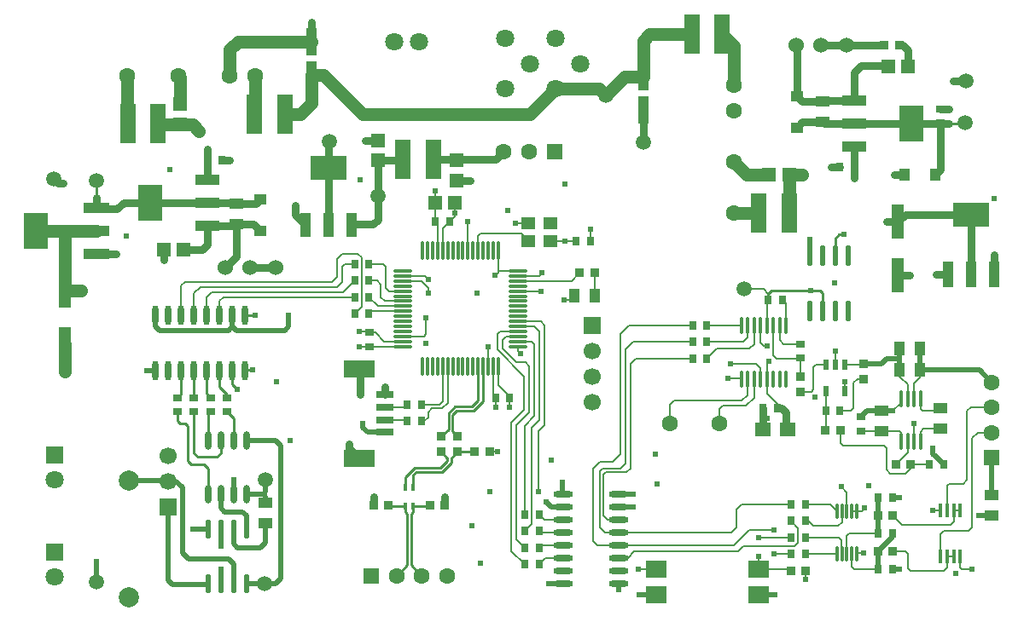
<source format=gtl>
G04 Layer: TopLayer*
G04 EasyEDA Pro v2.2.42.2, 2025-09-26 15:24:21*
G04 Gerber Generator version 0.3*
G04 Scale: 100 percent, Rotated: No, Reflected: No*
G04 Dimensions in millimeters*
G04 Leading zeros omitted, absolute positions, 4 integers and 5 decimals*
G04 Generated by one-click*
%FSLAX45Y45*%
%MOMM*%
%ADD10C,1.5*%
%ADD11R,0.8X0.9*%
%ADD12R,0.9X0.8*%
%ADD13R,1.41X1.35001*%
%ADD14R,1.35001X1.41*%
%ADD15R,1.5X1.3589*%
%ADD16R,1.8X1.8*%
%ADD17C,1.8*%
%ADD18R,1.2X1.0*%
%ADD19R,1.0031X1.2*%
%ADD20R,1.0X1.2*%
%ADD21C,2.0*%
%ADD22R,1.6X3.89999*%
%ADD23R,0.8X0.86401*%
%ADD24R,0.86401X0.8*%
%ADD25R,1.0X1.39954*%
%ADD26O,0.63X1.865*%
%ADD27R,1.7X1.7*%
%ADD28C,1.7*%
%ADD29R,0.86401X0.80648*%
%ADD30R,0.80648X0.86401*%
%ADD31R,1.37701X1.13254*%
%ADD32C,1.524*%
%ADD33R,1.13254X1.37701*%
%ADD34O,2.0X0.3*%
%ADD35O,0.3X2.0*%
%ADD36R,1.6X1.6*%
%ADD37C,1.6*%
%ADD38R,1.1X2.79999*%
%ADD39R,2.47X0.98001*%
%ADD40R,2.47X3.59999*%
%ADD41O,0.3556X1.8148*%
%ADD42O,0.58801X2.045*%
%ADD43R,0.6X1.1*%
%ADD44R,1.6X1.524*%
%ADD45O,0.28001X1.62001*%
%ADD46O,1.97099X0.60201*%
%ADD47R,2.0X1.8*%
%ADD48R,0.98001X2.47*%
%ADD49R,3.59999X2.47*%
%ADD50R,1.8X0.8*%
%ADD51R,3.09999X1.8*%
%ADD52R,0.44801X0.75001*%
%ADD53R,1.4X1.2*%
%ADD54O,0.60201X1.97099*%
%ADD55R,1.2X3.49999*%
%ADD56R,1.1X2.49999*%
%ADD57R,3.59999X2.34*%
%ADD58R,2.49999X1.1*%
%ADD59R,2.34X3.59999*%
%ADD60O,0.36401X1.662*%
%ADD61R,1.524X1.6*%
%ADD62O,0.5684X1.95021*%
%ADD63R,0.40599X1.397*%
%ADD64C,0.61*%
%ADD65C,0.6096*%
%ADD66C,1.27*%
%ADD67C,0.762*%
%ADD68C,0.254*%
%ADD69C,0.508*%
%ADD70C,0.2032*%
G75*


G04 Pad Start*
G54D10*
G01X5873208Y-1067180D03*
G54D11*
G01X4184498Y-2324100D03*
G01X4324502Y-2324100D03*
G54D12*
G01X3530600Y-3562502D03*
G01X3530600Y-3422498D03*
G54D11*
G01X4921402Y-4076700D03*
G01X4781398Y-4076700D03*
G54D13*
G01X4179900Y-2133600D03*
G01X4379900Y-2133600D03*
G54D14*
G01X4394200Y-1716100D03*
G01X4394200Y-1916100D03*
G01X3616634Y-1713563D03*
G01X3616634Y-1513563D03*
G54D11*
G01X8337702Y-1778000D03*
G01X8197698Y-1778000D03*
G54D13*
G01X8677215Y-780448D03*
G01X8877215Y-780448D03*
G54D12*
G01X9194800Y-1340002D03*
G01X9194800Y-1199998D03*
G54D11*
G01X1923898Y-1714500D03*
G01X2063902Y-1714500D03*
G54D13*
G01X1687297Y-2598715D03*
G01X1487297Y-2598715D03*
G54D11*
G01X7486498Y-3098800D03*
G01X7626502Y-3098800D03*
G54D12*
G01X7810500Y-3676802D03*
G01X7810500Y-3536798D03*
G54D11*
G01X8718702Y-5067300D03*
G01X8578698Y-5067300D03*
G01X8578698Y-5778500D03*
G01X8718702Y-5778500D03*
G01X7434148Y-4177759D03*
G01X7574153Y-4177759D03*
G54D15*
G01X7676490Y-4383750D03*
G01X7436510Y-4383750D03*
G54D16*
G01X406400Y-4637507D03*
G54D17*
G01X406400Y-4887493D03*
G54D16*
G01X406400Y-5602707D03*
G54D17*
G01X406400Y-5852693D03*
G54D18*
G01X7772400Y-1076909D03*
G01X7772400Y-1386891D03*
G54D20*
G01X9146591Y-1854200D03*
G01X8836609Y-1854200D03*
G54D18*
G01X2451100Y-2415591D03*
G01X2451100Y-2105609D03*
G54D21*
G01X1143000Y-4893691D03*
G01X1143000Y-6053709D03*
G54D22*
G01X4163212Y-1701800D03*
G01X3863188Y-1701800D03*
G54D23*
G01X3905110Y-4305300D03*
G01X4045090Y-4305300D03*
G01X3905110Y-4140200D03*
G01X4045090Y-4140200D03*
G54D22*
G01X6729567Y-461340D03*
G01X7029592Y-461340D03*
G01X7394743Y-2239340D03*
G01X7694767Y-2239340D03*
G01X2690012Y-1257300D03*
G01X2389988Y-1257300D03*
G01X1132688Y-1346200D03*
G01X1432712Y-1346200D03*
G54D23*
G01X6877190Y-3683000D03*
G01X6737210Y-3683000D03*
G01X6877190Y-3517900D03*
G01X6737210Y-3517900D03*
G01X6877190Y-3352800D03*
G01X6737210Y-3352800D03*
G01X7855090Y-5461000D03*
G01X7715110Y-5461000D03*
G01X7855090Y-5626100D03*
G01X7715110Y-5626100D03*
G01X7855090Y-5130800D03*
G01X7715110Y-5130800D03*
G01X7855090Y-5295900D03*
G01X7715110Y-5295900D03*
G01X5073510Y-5727700D03*
G01X5213490Y-5727700D03*
G01X5073510Y-5562600D03*
G01X5213490Y-5562600D03*
G01X5071868Y-5396948D03*
G01X5211848Y-5396948D03*
G01X5073510Y-5232400D03*
G01X5213490Y-5232400D03*
G54D24*
G01X2120900Y-4070210D03*
G01X2120900Y-4210190D03*
G01X1790700Y-4070210D03*
G01X1790700Y-4210190D03*
G01X1955800Y-4070210D03*
G01X1955800Y-4210190D03*
G01X1625600Y-4070210D03*
G01X1625600Y-4210190D03*
G54D23*
G01X3384410Y-2908300D03*
G01X3524390Y-2908300D03*
G01X3384410Y-3238500D03*
G01X3524390Y-3238500D03*
G01X3384410Y-2743200D03*
G01X3524390Y-2743200D03*
G01X3384410Y-3073400D03*
G01X3524390Y-3073400D03*
G54D25*
G01X5559171Y-3060700D03*
G01X5769229Y-3060700D03*
G54D26*
G01X2311400Y-4494251D03*
G01X2184400Y-4494251D03*
G01X2057400Y-4494251D03*
G01X1930400Y-4494251D03*
G01X2311400Y-5030749D03*
G01X2184400Y-5030749D03*
G01X2057400Y-5030749D03*
G01X1930400Y-5030749D03*
G54D27*
G01X1529406Y-5154381D03*
G54D28*
G01X1529406Y-4900381D03*
G01X1529406Y-4646381D03*
G54D29*
G01X4406900Y-4458564D03*
G01X4406900Y-4609236D03*
G01X4241800Y-4458564D03*
G01X4241800Y-4609236D03*
G54D30*
G01X5614264Y-2832100D03*
G01X5764936Y-2832100D03*
G54D31*
G01X8026400Y-1331900D03*
G01X8026400Y-1131900D03*
G54D32*
G01X8013687Y-571500D03*
G01X8263700Y-571500D03*
G01X7763701Y-571500D03*
G54D31*
G01X2209800Y-2147900D03*
G01X2209800Y-2347900D03*
G54D32*
G01X2349487Y-2781300D03*
G01X2599500Y-2781300D03*
G01X2099501Y-2781300D03*
G54D33*
G01X8790000Y-3797300D03*
G01X8990000Y-3797300D03*
G54D30*
G01X8573364Y-5245100D03*
G01X8724036Y-5245100D03*
G01X8573364Y-5600700D03*
G01X8724036Y-5600700D03*
G01X7860436Y-5791200D03*
G01X7709764Y-5791200D03*
G54D34*
G01X5007280Y-2812694D03*
G01X5007280Y-2862707D03*
G01X5007280Y-2912694D03*
G01X5007280Y-2962707D03*
G01X5007280Y-3012694D03*
G01X5007280Y-3062707D03*
G01X5007280Y-3112694D03*
G01X5007280Y-3162706D03*
G01X5007280Y-3212694D03*
G01X5007280Y-3262706D03*
G01X5007280Y-3312693D03*
G01X5007280Y-3362706D03*
G01X5007280Y-3412693D03*
G01X5007280Y-3462706D03*
G01X5007280Y-3512693D03*
G01X5007280Y-3562706D03*
G54D35*
G01X4807306Y-3762680D03*
G01X4757293Y-3762680D03*
G01X4707306Y-3762680D03*
G01X4657293Y-3762680D03*
G01X4607306Y-3762680D03*
G01X4557293Y-3762680D03*
G01X4507306Y-3762680D03*
G01X4457294Y-3762680D03*
G01X4407306Y-3762680D03*
G01X4357294Y-3762680D03*
G01X4307307Y-3762680D03*
G01X4257294Y-3762680D03*
G01X4207307Y-3762680D03*
G01X4157294Y-3762680D03*
G01X4107307Y-3762680D03*
G01X4057294Y-3762680D03*
G54D34*
G01X3857320Y-3562706D03*
G01X3857320Y-3512693D03*
G01X3857320Y-3462706D03*
G01X3857320Y-3412693D03*
G01X3857320Y-3362706D03*
G01X3857320Y-3312693D03*
G01X3857320Y-3262706D03*
G01X3857320Y-3212694D03*
G01X3857320Y-3162706D03*
G01X3857320Y-3112694D03*
G01X3857320Y-3062707D03*
G01X3857320Y-3012694D03*
G01X3857320Y-2962707D03*
G01X3857320Y-2912694D03*
G01X3857320Y-2862707D03*
G01X3857320Y-2812694D03*
G54D35*
G01X4057294Y-2612720D03*
G01X4107307Y-2612720D03*
G01X4157294Y-2612720D03*
G01X4207307Y-2612720D03*
G01X4257294Y-2612720D03*
G01X4307307Y-2612720D03*
G01X4357294Y-2612720D03*
G01X4407306Y-2612720D03*
G01X4457294Y-2612720D03*
G01X4507306Y-2612720D03*
G01X4557293Y-2612720D03*
G01X4607306Y-2612720D03*
G01X4657293Y-2612720D03*
G01X4707306Y-2612720D03*
G01X4757293Y-2612720D03*
G01X4807306Y-2612720D03*
G54D17*
G01X4874966Y-503131D03*
G01X5374965Y-503131D03*
G01X5124978Y-753118D03*
G01X5624977Y-753118D03*
G01X4874966Y-1003130D03*
G01X5374965Y-1003130D03*
G54D36*
G01X5372100Y-1625600D03*
G54D37*
G01X5118100Y-1625600D03*
G01X4864100Y-1625600D03*
G01X7146280Y-969340D03*
G01X7146280Y-1223340D03*
G01X7146280Y-1731340D03*
G01X7146280Y-2239340D03*
G54D38*
G01X6244580Y-879488D03*
G01X6244580Y-1211593D03*
G54D39*
G01X8339811Y-1116203D03*
G01X8339811Y-1346200D03*
G01X8339811Y-1576197D03*
G54D40*
G01X8906789Y-1346200D03*
G54D37*
G01X2400300Y-876300D03*
G01X2146300Y-876300D03*
G01X1638300Y-876300D03*
G01X1130300Y-876300D03*
G54D38*
G01X2959100Y-864552D03*
G01X2959100Y-532447D03*
G54D39*
G01X1921789Y-2363597D03*
G01X1921789Y-2133600D03*
G01X1921789Y-1903603D03*
G54D40*
G01X1354811Y-2133600D03*
G54D41*
G01X7664450Y-3354019D03*
G01X7600950Y-3354019D03*
G01X7537450Y-3354019D03*
G01X7473950Y-3354019D03*
G01X7410450Y-3354019D03*
G01X7346950Y-3354019D03*
G01X7283450Y-3354019D03*
G01X7219950Y-3354019D03*
G01X7664450Y-3884981D03*
G01X7600950Y-3884981D03*
G01X7537450Y-3884981D03*
G01X7473950Y-3884981D03*
G01X7410450Y-3884981D03*
G01X7346950Y-3884981D03*
G01X7283450Y-3884981D03*
G01X7219950Y-3884981D03*
G54D42*
G01X8280400Y-2656459D03*
G01X8153400Y-2656459D03*
G01X8026400Y-2656459D03*
G01X7899400Y-2656459D03*
G01X8280400Y-3210941D03*
G01X8153400Y-3210941D03*
G01X8026400Y-3210941D03*
G01X7899400Y-3210941D03*
G54D43*
G01X8248396Y-4003510D03*
G01X8058404Y-4003510D03*
G01X8058404Y-3743490D03*
G01X8153400Y-3743490D03*
G01X8248396Y-3743490D03*
G54D37*
G01X9702800Y-3917594D03*
G01X9702800Y-4167607D03*
G01X9702800Y-4417593D03*
G54D44*
G01X9702800Y-4667606D03*
G54D45*
G01X8167700Y-5621198D03*
G01X8217713Y-5621198D03*
G01X8267700Y-5621198D03*
G01X8317713Y-5621198D03*
G01X8367700Y-5621198D03*
G01X8167700Y-5199202D03*
G01X8217713Y-5199202D03*
G01X8267700Y-5199202D03*
G01X8317713Y-5199202D03*
G01X8367700Y-5199202D03*
G54D46*
G01X5454142Y-5029200D03*
G01X5454142Y-5156200D03*
G01X5454142Y-5283200D03*
G01X5454142Y-5410200D03*
G01X5454142Y-5537200D03*
G01X5454142Y-5664200D03*
G01X5454142Y-5791200D03*
G01X5454142Y-5918200D03*
G01X6001258Y-5029200D03*
G01X6001258Y-5156200D03*
G01X6001258Y-5283200D03*
G01X6001258Y-5410200D03*
G01X6001258Y-5537200D03*
G01X6001258Y-5664200D03*
G01X6001258Y-5791200D03*
G01X6001258Y-5918200D03*
G54D47*
G01X6373404Y-5778500D03*
G01X6373404Y-6032500D03*
G01X7393417Y-6032500D03*
G01X7393417Y-5778500D03*
G54D48*
G01X2894203Y-2353589D03*
G01X3124200Y-2353589D03*
G01X3354197Y-2353589D03*
G54D49*
G01X3124200Y-1786611D03*
G54D50*
G01X3682627Y-4041584D03*
G01X3682627Y-4166603D03*
G01X3682627Y-4291597D03*
G01X3682627Y-4416590D03*
G54D51*
G01X3429376Y-3786594D03*
G01X3429376Y-4671606D03*
G54D27*
G01X5740400Y-3352800D03*
G54D28*
G01X5740400Y-3606800D03*
G01X5740400Y-3860800D03*
G01X5740400Y-4114800D03*
G54D52*
G01X3964305Y-5147099D03*
G01X3884295Y-5147097D03*
G01X3884295Y-4962101D03*
G01X3964305Y-4962101D03*
G54D30*
G01X4572864Y-4610100D03*
G01X4723536Y-4610100D03*
G01X3720236Y-5143500D03*
G01X3569564Y-5143500D03*
G01X4128364Y-5143500D03*
G01X4279036Y-5143500D03*
G54D11*
G01X5581498Y-2514600D03*
G01X5721502Y-2514600D03*
G54D53*
G01X5329707Y-2338197D03*
G01X5109693Y-2338197D03*
G01X5109693Y-2513203D03*
G01X5329707Y-2513203D03*
G54D13*
G01X7694600Y-1854200D03*
G01X7494600Y-1854200D03*
G54D14*
G01X1651000Y-1357300D03*
G01X1651000Y-1157300D03*
G54D11*
G01X8718702Y-5422900D03*
G01X8578698Y-5422900D03*
G54D54*
G01X2298700Y-3257042D03*
G01X2171700Y-3257042D03*
G01X2044700Y-3257042D03*
G01X1917700Y-3257042D03*
G01X1790700Y-3257042D03*
G01X1663700Y-3257042D03*
G01X1536700Y-3257042D03*
G01X1409700Y-3257042D03*
G01X2298700Y-3804158D03*
G01X2171700Y-3804158D03*
G01X2044700Y-3804158D03*
G01X1917700Y-3804158D03*
G01X1790700Y-3804158D03*
G01X1663700Y-3804158D03*
G01X1536700Y-3804158D03*
G01X1409700Y-3804158D03*
G54D55*
G01X8775687Y-2857787D03*
G01X8775687Y-2323803D03*
G01X507987Y-3543587D03*
G01X507987Y-3009603D03*
G54D30*
G01X8636864Y-571500D03*
G01X8787536Y-571500D03*
G54D56*
G01X9269603Y-2849695D03*
G01X9499600Y-2849695D03*
G01X9729597Y-2849695D03*
G54D57*
G01X9499600Y-2255703D03*
G54D58*
G01X817695Y-2642997D03*
G01X817695Y-2413000D03*
G01X817695Y-2183003D03*
G54D59*
G01X223703Y-2413000D03*
G54D11*
G01X9086698Y-4737100D03*
G01X9226702Y-4737100D03*
G54D29*
G01X7810500Y-4012336D03*
G01X7810500Y-3861664D03*
G54D30*
G01X8901836Y-4737100D03*
G01X8751164Y-4737100D03*
G54D60*
G01X9000211Y-4079494D03*
G01X8935187Y-4079494D03*
G01X8870188Y-4079494D03*
G01X8805189Y-4079494D03*
G01X9000211Y-4505706D03*
G01X8935187Y-4505706D03*
G01X8870188Y-4505706D03*
G01X8805189Y-4505706D03*
G54D37*
G01X4299306Y-5842000D03*
G01X4049293Y-5842000D03*
G01X3799307Y-5842000D03*
G54D61*
G01X3549294Y-5842000D03*
G54D17*
G01X3773805Y-533400D03*
G01X4023995Y-533400D03*
G54D37*
G01X7001408Y-4330700D03*
G01X6511392Y-4330700D03*
G54D10*
G01X3613019Y-2068690D03*
G01X3128890Y-1522590D03*
G01X9443930Y-1338285D03*
G01X817413Y-1913781D03*
G01X6248604Y-1535763D03*
G01X9449004Y-925805D03*
G01X393904Y-1896930D03*
G01X7249598Y-2994514D03*
G54D31*
G01X2501900Y-5319700D03*
G01X2501900Y-5119700D03*
G54D62*
G01X2311400Y-5380990D03*
G01X2184400Y-5380990D03*
G01X2057400Y-5380990D03*
G01X1930400Y-5380990D03*
G01X2311400Y-5922010D03*
G01X2184400Y-5922010D03*
G01X2057400Y-5922010D03*
G01X1930400Y-5922010D03*
G54D11*
G01X8057998Y-4203700D03*
G01X8198002Y-4203700D03*
G54D29*
G01X8432800Y-3734664D03*
G01X8432800Y-3885336D03*
G54D30*
G01X8203336Y-4394200D03*
G01X8052664Y-4394200D03*
G54D33*
G01X8790000Y-3581400D03*
G01X8990000Y-3581400D03*
G54D10*
G01X822265Y-5902968D03*
G01X2489402Y-5919112D03*
G01X2501664Y-4885685D03*
G54D31*
G01X9702800Y-5043500D03*
G01X9702800Y-5243500D03*
G54D12*
G01X8407400Y-4400702D03*
G01X8407400Y-4260698D03*
G54D31*
G01X8610600Y-4205300D03*
G01X8610600Y-4405300D03*
G01X9194800Y-4379900D03*
G01X9194800Y-4179900D03*
G54D63*
G01X9393911Y-5192903D03*
G01X9328912Y-5192903D03*
G01X9263888Y-5192903D03*
G01X9198889Y-5192903D03*
G01X9198889Y-5652897D03*
G01X9263888Y-5652897D03*
G01X9328912Y-5652897D03*
G01X9393911Y-5652897D03*
G04 Pad End*

G04 Via Start*
G54D64*
G01X7823200Y-1854200D03*
G01X1841500Y-1422400D03*
G01X8337702Y-1892300D03*
G01X8737600Y-1854200D03*
G01X1923898Y-1600200D03*
G01X9283700Y-1346200D03*
G01X9729597Y-2654300D03*
G01X1116860Y-2133600D03*
G01X817695Y-2082800D03*
G01X1549400Y-1803400D03*
G01X673100Y-3009603D03*
G01X2374900Y-3797300D03*
G01X825500Y-5699768D03*
G01X2057400Y-5778500D03*
G01X1778000Y-5380990D03*
G01X2057400Y-5549900D03*
G01X2184400Y-4889500D03*
G01X2743200Y-4495259D03*
G01X2413000Y-4495259D03*
G54D65*
G01X2222500Y-3987800D03*
G01X2610002Y-3911600D03*
G01X2730500Y-3251741D03*
G01X2400300Y-3251741D03*
G01X507987Y-3810000D03*
G01X1016000Y-2641600D03*
G01X1117600Y-2463800D03*
G01X1487297Y-2705100D03*
G01X495300Y-1943100D03*
G01X2146300Y-1714500D03*
G01X2959100Y-342900D03*
G01X3568700Y-2349500D03*
G01X3441700Y-1905000D03*
G01X3124200Y-2138230D03*
G01X2794000Y-2159000D03*
G01X3492500Y-1513563D03*
G01X4533900Y-1917700D03*
G01X6248604Y-1394103D03*
G01X8115300Y-1778000D03*
G01X9283700Y-1199998D03*
G01X8877300Y-622300D03*
G01X9321800Y-925805D03*
G01X9728200Y-2095500D03*
G01X9156700Y-2849695D03*
G01X8890000Y-2857787D03*
G01X8661400Y-2323803D03*
G01X3569564Y-5054600D03*
G01X4279900Y-5054600D03*
G01X4546600Y-5346700D03*
G01X4635500Y-5715000D03*
G01X4724400Y-5003800D03*
G01X3327400Y-4533900D03*
G01X3441700Y-4038600D03*
G01X3683000Y-3962400D03*
G01X6146800Y-5029200D03*
G01X5448300Y-4914900D03*
G01X3429000Y-3416300D03*
G01X3429000Y-3562502D03*
G01X4089400Y-3276600D03*
G01X4089400Y-3530600D03*
G01X4114800Y-2895600D03*
G01X4114800Y-3035300D03*
G01X4179900Y-2019300D03*
G01X4379900Y-2237262D03*
G01X4507306Y-2324100D03*
G01X4902200Y-2209800D03*
G01X5473700Y-2514600D03*
G01X4978400Y-2338197D03*
G01X5721502Y-2400300D03*
G01X5473700Y-1949958D03*
G01X4775200Y-2857500D03*
G01X4597400Y-3035300D03*
G01X5245100Y-2832100D03*
G01X5232400Y-3012694D03*
G01X5460136Y-3098800D03*
G01X4787900Y-4165600D03*
G01X4921402Y-4165600D03*
G01X5029200Y-3632200D03*
G01X4711700Y-3568700D03*
G01X5308600Y-5918200D03*
G01X5283200Y-5105400D03*
G01X5334000Y-4692498D03*
G01X5207000Y-5003800D03*
G01X6197600Y-5778500D03*
G01X6210300Y-6032500D03*
G01X6001258Y-5981700D03*
G01X6146800Y-5156200D03*
G01X1320800Y-3804158D03*
G01X7556500Y-6032500D03*
G01X7861300Y-5880100D03*
G01X8242300Y-2451100D03*
G01X7899400Y-2501900D03*
G01X8147202Y-2933700D03*
G01X7912100Y-3009900D03*
G01X7663790Y-4222090D03*
G01X6388100Y-4927600D03*
G01X6368898Y-4635500D03*
G01X7086600Y-3880002D03*
G01X7112000Y-3733800D03*
G01X7493000Y-3708400D03*
G01X7480300Y-3556000D03*
G01X7480300Y-4279900D03*
G01X8153400Y-3606800D03*
G01X8248396Y-3911600D03*
G01X7948616Y-4065584D03*
G01X8724900Y-4205300D03*
G01X8934298Y-4330700D03*
G01X9118600Y-4575816D03*
G01X8213369Y-4955972D03*
G01X8445500Y-5168900D03*
G01X8484990Y-4945413D03*
G01X9575800Y-5243500D03*
G01X8788400Y-5778500D03*
G01X8788400Y-5067300D03*
G01X4800600Y-4610100D03*
G01X8432800Y-5613400D03*
G01X3467100Y-4330700D03*
G01X9512300Y-5778500D03*
G01X9347200Y-5816600D03*
G01X9118600Y-5192903D03*
G01X7393417Y-5651500D03*
G01X7393417Y-5461000D03*
G01X7543800Y-5384800D03*
G01X7543800Y-5626100D03*
G04 Via End*

G04 Track Start*
G54D66*
G01X5374965Y-1003130D02*
G01X5809159Y-1003130D01*
G01X5873208Y-1067180D01*
G01X5374965Y-1003130D02*
G01X5120795Y-1257300D01*
G01X3074353Y-864552D02*
G01X2959100Y-864552D01*
G01X5120795Y-1257300D02*
G01X3467100Y-1257300D01*
G01X3074353Y-864552D01*
G01X2959100Y-864552D02*
G01X2959100Y-1143000D01*
G01X2844800Y-1257300D01*
G01X2690012Y-1257300D01*
G01X2389988Y-1257300D02*
G01X2400300Y-1246988D01*
G01X2400300Y-876300D01*
G01X5873208Y-1067180D02*
G01X6060901Y-879488D01*
G01X6244580Y-879488D01*
G01X6244580Y-524520D01*
G01X6311900Y-457200D01*
G01X6725427Y-457200D01*
G01X6729567Y-461340D01*
G01X7029592Y-461340D02*
G01X7146280Y-578028D01*
G01X7146280Y-969340D01*
G01X7146280Y-2239340D02*
G01X7394743Y-2239340D01*
G01X7694767Y-2239340D02*
G01X7694767Y-1854368D01*
G01X7694600Y-1854200D02*
G01X7823200Y-1854200D01*
G01X1130300Y-876300D02*
G01X1130300Y-1343812D01*
G01X1132688Y-1346200D01*
G01X1432712Y-1346200D02*
G01X1443812Y-1357300D01*
G01X1651000Y-1357300D01*
G01X1651000Y-1157300D02*
G01X1651000Y-889000D01*
G01X1638300Y-876300D01*
G01X1651000Y-1357300D02*
G01X1776400Y-1357300D01*
G01X1841500Y-1422400D01*
G54D67*
G01X8337702Y-1778000D02*
G01X8337702Y-1578305D01*
G01X8339811Y-1576197D01*
G01X8337702Y-1778000D02*
G01X8337702Y-1892300D01*
G01X8836609Y-1854200D02*
G01X8737600Y-1854200D01*
G01X1923898Y-1714500D02*
G01X1923898Y-1901495D01*
G01X1921789Y-1903603D01*
G01X1923898Y-1714500D02*
G01X1923898Y-1600200D01*
G01X8026400Y-1331900D02*
G01X8040700Y-1346200D01*
G01X8339811Y-1346200D01*
G01X8906789Y-1346200D01*
G01X8026400Y-1331900D02*
G01X7827391Y-1331900D01*
G01X7772400Y-1386891D01*
G01X8906789Y-1346200D02*
G01X9188602Y-1346200D01*
G01X9194800Y-1340002D01*
G01X9200998Y-1346200D01*
G01X9283700Y-1346200D01*
G01X9729597Y-2849695D02*
G01X9729597Y-2654300D01*
G54D68*
G01X9283700Y-1346200D02*
G01X9436015Y-1346200D01*
G01X9443930Y-1338285D01*
G54D67*
G01X2209800Y-2147900D02*
G01X2408809Y-2147900D01*
G01X1921789Y-2133600D02*
G01X2209800Y-2133600D01*
G01X2408809Y-2147900D02*
G01X2451100Y-2105609D01*
G01X1921789Y-2133600D02*
G01X1354811Y-2133600D01*
G01X1092200Y-2133600D02*
G01X1028700Y-2197100D01*
G01X831792Y-2197100D01*
G01X817695Y-2183003D01*
G01X1354811Y-2133600D02*
G01X1092200Y-2133600D01*
G01X817695Y-2183003D02*
G01X817695Y-2082800D01*
G54D68*
G01X817695Y-2082800D02*
G01X817695Y-1914063D01*
G01X817413Y-1913781D01*
G54D66*
G01X507987Y-3009603D02*
G01X507987Y-2413054D01*
G01X817695Y-2413000D02*
G01X507934Y-2413000D01*
G01X223703Y-2413000D01*
G01X507987Y-3009603D02*
G01X673100Y-3009603D01*
G54D68*
G01X2374900Y-3797300D02*
G01X2305558Y-3797300D01*
G01X2298700Y-3804158D01*
G54D69*
G01X1143000Y-4893691D02*
G01X1522716Y-4893691D01*
G01X1529406Y-4900381D01*
G01X1930400Y-5922010D02*
G01X1921510Y-5930900D01*
G01X822265Y-5902968D02*
G01X825500Y-5899733D01*
G01X825500Y-5699768D01*
G01X1574800Y-5930900D02*
G01X1529406Y-5885506D01*
G01X1529406Y-5154381D01*
G01X1921510Y-5930900D02*
G01X1574800Y-5930900D01*
G01X1529406Y-4900381D02*
G01X1611081Y-4900381D01*
G01X1676400Y-4965700D01*
G01X1676400Y-5613400D01*
G01X1739900Y-5676900D01*
G01X2133600Y-5676900D01*
G01X2184400Y-5727700D01*
G01X2184400Y-5922010D01*
G01X2057400Y-5922010D02*
G01X2057400Y-5778500D01*
G01X1930400Y-5380990D02*
G01X1778000Y-5380990D01*
G01X2057400Y-5380990D02*
G01X2057400Y-5549900D01*
G01X2184400Y-5030749D02*
G01X2184400Y-4889500D01*
G01X2184400Y-5380990D02*
G01X2184400Y-5524500D01*
G01X2222500Y-5562600D01*
G01X2451100Y-5562600D01*
G01X2501900Y-5511800D01*
G01X2501900Y-5319700D01*
G01X2311400Y-5380990D02*
G01X2311400Y-5245100D01*
G01X2273300Y-5207000D01*
G01X2095500Y-5207000D01*
G01X2057400Y-5168900D01*
G01X2057400Y-5030749D01*
G01X2311400Y-5030749D02*
G01X2478049Y-5030749D01*
G01X2501900Y-5054600D01*
G01X2413000Y-4495259D02*
G01X2312408Y-4495259D01*
G01X2311400Y-4494251D01*
G54D68*
G01X2184400Y-4494251D02*
G01X2184400Y-4273690D01*
G01X2120900Y-4210190D01*
G01X2120900Y-4070210D02*
G01X2120900Y-4038600D01*
G01X2044700Y-3962400D02*
G01X2044700Y-3804158D01*
G01X2120900Y-4038600D02*
G01X2044700Y-3962400D01*
G01X2057400Y-4494251D02*
G01X2057400Y-4622800D01*
G01X2019300Y-4660900D01*
G01X1828800Y-4660900D02*
G01X1790700Y-4622800D01*
G01X1790700Y-4210190D01*
G01X2019300Y-4660900D02*
G01X1828800Y-4660900D01*
G01X1790700Y-4070210D02*
G01X1790700Y-3804158D01*
G01X1930400Y-4494251D02*
G01X1930400Y-4235590D01*
G01X1955800Y-4210190D01*
G01X1955800Y-4070210D02*
G01X1917700Y-4032110D01*
G01X1917700Y-3804158D01*
G01X1663700Y-3804158D02*
G01X1663700Y-4032110D01*
G01X1625600Y-4070210D01*
G01X1625600Y-4305300D02*
G01X1651000Y-4330700D01*
G01X1625600Y-4210190D02*
G01X1625600Y-4305300D01*
G01X1651000Y-4330700D02*
G01X1701800Y-4330700D01*
G01X1727200Y-4356100D01*
G01X1727200Y-4699000D01*
G01X1765300Y-4737100D01*
G01X1892300Y-4737100D01*
G01X1930400Y-4775200D01*
G01X1930400Y-5030749D01*
G01X2486504Y-5922010D02*
G01X2489402Y-5919112D01*
G54D69*
G01X2599690Y-5922010D02*
G01X2654300Y-5867400D01*
G01X2311400Y-5922010D02*
G01X2486504Y-5922010D01*
G01X2599690Y-5922010D01*
G01X2501900Y-5054600D02*
G01X2501900Y-5119700D01*
G01X2478049Y-5030749D02*
G01X2501664Y-5007135D01*
G01X2501664Y-4885685D01*
G01X2654300Y-5867400D02*
G01X2654300Y-4546600D01*
G01X2603500Y-4495800D01*
G01X2413541Y-4495800D01*
G01X2413000Y-4495259D01*
G54D68*
G01X2171700Y-3804158D02*
G01X2171700Y-3937000D01*
G01X2222500Y-3987800D01*
G01X2400300Y-3251741D02*
G01X2304001Y-3251741D01*
G01X2298700Y-3257042D01*
G54D69*
G01X2171700Y-3257042D02*
G01X2171700Y-3365500D01*
G01X2209800Y-3403600D01*
G01X2692400Y-3403600D01*
G01X2730500Y-3365500D01*
G01X2730500Y-3251741D01*
G54D66*
G01X507987Y-3543587D02*
G01X507987Y-3810000D01*
G54D67*
G01X817695Y-2642997D02*
G01X1014603Y-2642997D01*
G01X1016000Y-2641600D01*
G01X1487297Y-2598715D02*
G01X1487297Y-2705100D01*
G01X495300Y-1943100D02*
G01X440074Y-1943100D01*
G01X393904Y-1896930D01*
G01X1687297Y-2598715D02*
G01X1871685Y-2598715D01*
G01X1921789Y-2548611D02*
G01X1921789Y-2363597D01*
G01X1871685Y-2598715D02*
G01X1921789Y-2548611D01*
G01X1921789Y-2363597D02*
G01X2194103Y-2363597D01*
G01X2209800Y-2347900D01*
G01X2383409Y-2347900D01*
G01X2451100Y-2415591D01*
G01X2099501Y-2781300D02*
G01X2209800Y-2671000D01*
G01X2209800Y-2347900D01*
G01X2349487Y-2781300D02*
G01X2599500Y-2781300D01*
G01X2063902Y-1714500D02*
G01X2146300Y-1714500D01*
G54D66*
G01X2959100Y-532447D02*
G01X2223453Y-532447D01*
G01X2146300Y-609600D01*
G01X2146300Y-876300D01*
G54D67*
G01X2959100Y-532447D02*
G01X2959100Y-342900D01*
G01X3616634Y-1713563D02*
G01X3616634Y-2065076D01*
G01X3613019Y-2068690D01*
G01X3613019Y-2305181D01*
G01X3568700Y-2349500D01*
G01X3358286Y-2349500D01*
G01X3354197Y-2353589D01*
G01X3124200Y-1786611D02*
G01X3124200Y-1527280D01*
G01X3128890Y-1522590D01*
G01X3124200Y-2353589D02*
G01X3124200Y-2138230D01*
G01X3124200Y-1786611D01*
G01X2894203Y-2353589D02*
G01X2794000Y-2253386D01*
G01X2794000Y-2159000D01*
G01X3616634Y-1713563D02*
G01X3851425Y-1713563D01*
G01X3863188Y-1701800D01*
G01X3616634Y-1513563D02*
G01X3492500Y-1513563D01*
G01X4787900Y-1701800D02*
G01X4864100Y-1625600D01*
G01X4163212Y-1701800D02*
G01X4787900Y-1701800D01*
G01X4394200Y-1916100D02*
G01X4532300Y-1916100D01*
G01X4533900Y-1917700D01*
G01X6248604Y-1215617D02*
G01X6244580Y-1211593D01*
G01X6248604Y-1535763D02*
G01X6248604Y-1394103D01*
G01X6248604Y-1215617D01*
G54D66*
G01X7146280Y-1731340D02*
G01X7269140Y-1854200D01*
G01X7494600Y-1854200D01*
G54D67*
G01X8197698Y-1778000D02*
G01X8115300Y-1778000D01*
G01X9194800Y-1199998D02*
G01X9283700Y-1199998D01*
G01X8339811Y-1116203D02*
G01X8042097Y-1116203D01*
G01X8026400Y-1131900D01*
G01X7827391Y-1131900D01*
G01X7772400Y-1076909D01*
G01X7772400Y-580199D01*
G01X7763701Y-571500D01*
G01X8013687Y-571500D02*
G01X8263700Y-571500D01*
G01X8636864Y-571500D01*
G01X8339811Y-1116203D02*
G01X8339811Y-842289D01*
G01X8407400Y-774700D01*
G01X8671467Y-774700D01*
G01X8677215Y-780448D01*
G01X8787536Y-571500D02*
G01X8826500Y-571500D01*
G01X8877300Y-622300D01*
G01X8877300Y-780363D01*
G01X9449004Y-925805D02*
G01X9321800Y-925805D01*
G01X9146591Y-1854200D02*
G01X9194800Y-1805991D01*
G01X9194800Y-1340002D01*
G01X8775687Y-2857787D02*
G01X8890000Y-2857787D01*
G01X9269603Y-2849695D02*
G01X9156700Y-2849695D01*
G01X9499600Y-2849695D02*
G01X9499600Y-2255703D01*
G01X8843787Y-2255703D01*
G01X8775687Y-2323803D01*
G01X8661400Y-2323803D01*
G54D68*
G01X4560097Y-4202903D02*
G01X4394997Y-4202903D01*
G01X4356100Y-4241800D01*
G01X4378163Y-4162263D02*
G01X4543263Y-4162263D01*
G01X4315460Y-4224966D02*
G01X4378163Y-4162263D01*
G01X4304030Y-4696866D02*
G01X4233748Y-4767148D01*
G01X4241800Y-4609236D02*
G01X4304030Y-4671466D01*
G01X4304030Y-4696866D01*
G01X4233748Y-4767148D02*
G01X3976478Y-4767148D01*
G01X3964305Y-5147099D02*
G01X3964305Y-5210000D01*
G01X3884295Y-5147097D02*
G01X3884295Y-5209997D01*
G01X3964305Y-5210000D02*
G01X3944620Y-5229685D01*
G01X3944620Y-5737327D02*
G01X4049293Y-5842000D01*
G01X3884295Y-5209997D02*
G01X3903980Y-5229682D01*
G01X3903980Y-5737327D02*
G01X3799307Y-5842000D01*
G01X3944620Y-5229685D02*
G01X3944620Y-5737327D01*
G01X3903980Y-5229682D02*
G01X3903980Y-5737327D01*
G01X3884295Y-5147097D02*
G01X3723833Y-5147097D01*
G01X3720236Y-5143500D01*
G01X3964305Y-5147099D02*
G01X4124764Y-5147099D01*
G01X4128364Y-5143500D01*
G01X4543263Y-4162263D02*
G01X4607306Y-4098220D01*
G01X4607306Y-3762680D01*
G01X4657293Y-3762680D02*
G01X4657293Y-4105707D01*
G01X4560097Y-4202903D01*
G01X4356100Y-4407764D02*
G01X4406900Y-4458564D01*
G01X4356100Y-4241800D02*
G01X4356100Y-4407764D01*
G01X4315460Y-4384904D02*
G01X4315460Y-4224966D01*
G01X4241800Y-4458564D02*
G01X4315460Y-4384904D01*
G01X4250582Y-4807788D02*
G01X3993312Y-4807788D01*
G01X4344670Y-4713700D02*
G01X4250582Y-4807788D01*
G01X4344670Y-4671466D02*
G01X4344670Y-4713700D01*
G01X4406900Y-4609236D02*
G01X4344670Y-4671466D01*
G01X3884295Y-4859331D02*
G01X3884295Y-4962101D01*
G01X3976478Y-4767148D02*
G01X3884295Y-4859331D01*
G01X3993312Y-4807788D02*
G01X3964305Y-4836795D01*
G01X3964305Y-4962101D01*
G01X4406900Y-4609236D02*
G01X4572000Y-4609236D01*
G01X4572864Y-4610100D01*
G54D67*
G01X3569564Y-5143500D02*
G01X3569564Y-5054600D01*
G01X4279036Y-5143500D02*
G01X4279900Y-5142636D01*
G01X4279900Y-5054600D01*
G01X3429376Y-4671606D02*
G01X3327400Y-4569630D01*
G01X3327400Y-4533900D01*
G01X3429376Y-3786594D02*
G01X3441700Y-3798918D01*
G01X3441700Y-4038600D01*
G01X3682627Y-4041584D02*
G01X3682627Y-3962773D01*
G01X3683000Y-3962400D01*
G54D69*
G01X6001258Y-5029200D02*
G01X6146800Y-5029200D01*
G01X5448300Y-4914900D02*
G01X5448300Y-5023358D01*
G01X5454142Y-5029200D01*
G54D70*
G01X4045090Y-4140200D02*
G01X4229100Y-4140200D01*
G01X4257294Y-4112006D02*
G01X4257294Y-3762680D01*
G01X4229100Y-4140200D02*
G01X4257294Y-4112006D01*
G01X4307307Y-3762680D02*
G01X4307307Y-4125493D01*
G01X4254500Y-4178300D01*
G01X4152900Y-4178300D01*
G01X4114800Y-4216400D02*
G01X4114800Y-4267200D01*
G01X4076700Y-4305300D01*
G01X4045090Y-4305300D01*
G01X4152900Y-4178300D02*
G01X4114800Y-4216400D01*
G01X3682627Y-4166603D02*
G01X3878707Y-4166603D01*
G01X3905110Y-4140200D01*
G01X3682627Y-4291597D02*
G01X3891407Y-4291597D01*
G01X3905110Y-4305300D01*
G01X3530600Y-3422498D02*
G01X3524402Y-3416300D01*
G01X3429000Y-3416300D01*
G01X3530600Y-3562502D02*
G01X3429000Y-3562502D01*
G01X3530600Y-3562502D02*
G01X3857117Y-3562502D01*
G01X3857320Y-3562706D01*
G01X3857320Y-3512693D02*
G01X3677793Y-3512693D01*
G01X3587598Y-3422498D02*
G01X3530600Y-3422498D01*
G01X3677793Y-3512693D02*
G01X3587598Y-3422498D01*
G01X3857320Y-3462706D02*
G01X4068394Y-3462706D01*
G01X4089400Y-3441700D01*
G01X4089400Y-3276600D01*
G01X4114800Y-2895600D02*
G01X4081907Y-2862707D01*
G01X3857320Y-2862707D01*
G01X3857320Y-2912694D02*
G01X4042994Y-2912694D01*
G01X4114800Y-2984500D02*
G01X4114800Y-3035300D01*
G01X4042994Y-2912694D02*
G01X4114800Y-2984500D01*
G01X4207307Y-2612720D02*
G01X4207307Y-2346909D01*
G01X4184498Y-2324100D01*
G01X4184498Y-2138197D01*
G01X4179900Y-2133600D01*
G01X4179900Y-2019300D01*
G01X4257294Y-2612720D02*
G01X4257294Y-2391308D01*
G01X4324502Y-2324100D01*
G01X4379900Y-2268703D01*
G01X4379900Y-2237262D01*
G01X4379900Y-2133600D01*
G01X4507306Y-2612720D02*
G01X4507306Y-2324100D01*
G01X5581498Y-2514600D02*
G01X5473700Y-2514600D01*
G01X5329707Y-2513203D02*
G01X5472303Y-2513203D01*
G01X5473700Y-2514600D01*
G01X5109693Y-2513203D02*
G01X5034890Y-2438400D01*
G01X4607306Y-2466594D02*
G01X4607306Y-2612720D01*
G01X5034890Y-2438400D02*
G01X4635500Y-2438400D01*
G01X4607306Y-2466594D01*
G01X5109693Y-2338197D02*
G01X4978400Y-2338197D01*
G01X5721502Y-2514600D02*
G01X5721502Y-2400300D01*
G01X4820006Y-2812694D02*
G01X5007280Y-2812694D01*
G01X4807306Y-2612720D02*
G01X4807306Y-2825394D01*
G01X4775200Y-2857500D01*
G01X4807306Y-2825394D02*
G01X4820006Y-2812694D01*
G01X5007280Y-2862707D02*
G01X5214493Y-2862707D01*
G01X5245100Y-2832100D01*
G01X5007280Y-2912694D02*
G01X5533669Y-2912694D01*
G01X5614264Y-2832100D01*
G01X5764936Y-2832100D02*
G01X5769229Y-2836393D01*
G01X5769229Y-3060700D01*
G01X5007280Y-3012694D02*
G01X5232400Y-3012694D01*
G01X5460136Y-3098800D02*
G01X5521071Y-3098800D01*
G01X5559171Y-3060700D01*
G01X5138293Y-3512693D02*
G01X5007280Y-3512693D01*
G01X5168900Y-3543300D02*
G01X5138293Y-3512693D01*
G01X5168900Y-4254500D02*
G01X5168900Y-3543300D01*
G01X5073510Y-5232400D02*
G01X5073510Y-4349890D01*
G01X5168900Y-4254500D01*
G01X4757293Y-3762680D02*
G01X4757293Y-4052595D01*
G01X4781398Y-4076700D01*
G01X4807306Y-3762680D02*
G01X4807306Y-3943706D01*
G01X4921402Y-4057802D02*
G01X4921402Y-4076700D01*
G01X4807306Y-3943706D02*
G01X4921402Y-4057802D01*
G01X4921402Y-4076700D02*
G01X4921402Y-4165600D01*
G01X4781398Y-4076700D02*
G01X4787900Y-4083202D01*
G01X4787900Y-4165600D01*
G01X5073510Y-5562600D02*
G01X4991100Y-5480190D01*
G01X5118100Y-3759200D02*
G01X5080000Y-3721100D01*
G01X4991100Y-3721100D01*
G01X4991100Y-5480190D02*
G01X4991100Y-4343400D01*
G01X5118100Y-4216400D01*
G01X5118100Y-3759200D01*
G01X4991100Y-3721100D02*
G01X4851400Y-3581400D01*
G01X4888882Y-3462706D02*
G01X5007280Y-3462706D01*
G01X4851400Y-3500188D02*
G01X4888882Y-3462706D01*
G01X4851400Y-3581400D02*
G01X4851400Y-3500188D01*
G01X5073510Y-5727700D02*
G01X4940300Y-5594490D01*
G01X4829607Y-3412693D02*
G01X5007280Y-3412693D01*
G01X4940300Y-5594490D02*
G01X4940300Y-4318000D01*
G01X5067300Y-4191000D01*
G01X5067300Y-3860800D01*
G01X4800600Y-3594100D01*
G01X4800600Y-3441700D01*
G01X4829607Y-3412693D01*
G01X5166106Y-3362706D02*
G01X5007280Y-3362706D01*
G01X5219700Y-3416300D02*
G01X5166106Y-3362706D01*
G01X5219700Y-4292600D02*
G01X5219700Y-3416300D01*
G01X5071868Y-5396948D02*
G01X5143500Y-5325316D01*
G01X5143500Y-4368800D01*
G01X5219700Y-4292600D01*
G01X5007280Y-3562706D02*
G01X5007280Y-3610280D01*
G01X5029200Y-3632200D01*
G01X5213490Y-5232400D02*
G01X5264290Y-5283200D01*
G01X5454142Y-5283200D01*
G01X5454142Y-5410200D02*
G01X5225100Y-5410200D01*
G01X5211848Y-5396948D01*
G01X5213490Y-5562600D02*
G01X5238890Y-5537200D01*
G01X5454142Y-5537200D01*
G01X5213490Y-5727700D02*
G01X5276990Y-5664200D01*
G01X5454142Y-5664200D01*
G01X4707306Y-3762680D02*
G01X4707306Y-3573094D01*
G01X4711700Y-3568700D01*
G54D69*
G01X5454142Y-5918200D02*
G01X5308600Y-5918200D01*
G01X5454142Y-5156200D02*
G01X5334000Y-5156200D01*
G01X5283200Y-5105400D01*
G54D70*
G01X5007280Y-3312693D02*
G01X5230393Y-3312693D01*
G01X5270500Y-3352800D01*
G01X5270500Y-4343400D01*
G01X5207000Y-4406900D02*
G01X5207000Y-5003800D01*
G01X5270500Y-4343400D02*
G01X5207000Y-4406900D01*
G01X6197600Y-5778500D02*
G01X6373404Y-5778500D01*
G54D69*
G01X6373404Y-6032500D02*
G01X6210300Y-6032500D01*
G01X6001258Y-5156200D02*
G01X6146800Y-5156200D01*
G01X1409700Y-3804158D02*
G01X1320800Y-3804158D01*
G01X1409700Y-3257042D02*
G01X1409700Y-3365500D01*
G01X1447800Y-3403600D01*
G01X2133600Y-3403600D01*
G01X2171700Y-3365500D01*
G54D70*
G01X3384410Y-3073400D02*
G01X2082800Y-3073400D01*
G01X2044700Y-3111500D01*
G01X2044700Y-3257042D01*
G01X3384410Y-2908300D02*
G01X3270110Y-3022600D01*
G01X1968500Y-3022600D02*
G01X1917700Y-3073400D01*
G01X1917700Y-3257042D01*
G01X3270110Y-3022600D02*
G01X1968500Y-3022600D01*
G01X3384410Y-2743200D02*
G01X3289300Y-2743200D01*
G01X3263900Y-2768600D01*
G01X3263900Y-2921000D01*
G01X3213100Y-2971800D01*
G01X1854200Y-2971800D01*
G01X1790700Y-3035300D01*
G01X1790700Y-3257042D01*
G01X3384410Y-3238500D02*
G01X3454400Y-3168510D01*
G01X3454400Y-2679700D01*
G01X3416300Y-2641600D01*
G01X3263900Y-2641600D01*
G01X3213100Y-2692400D01*
G01X1701800Y-2921000D02*
G01X1663700Y-2959100D01*
G01X1663700Y-3257042D01*
G01X3213100Y-2692400D02*
G01X3213100Y-2870200D01*
G01X3162300Y-2921000D01*
G01X1701800Y-2921000D01*
G01X3524390Y-2743200D02*
G01X3670300Y-2743200D01*
G01X3695700Y-2768600D01*
G01X3695700Y-2984500D01*
G01X3723894Y-3012694D02*
G01X3857320Y-3012694D01*
G01X3695700Y-2984500D02*
G01X3723894Y-3012694D01*
G01X3857320Y-3112694D02*
G01X3684194Y-3112694D01*
G01X3644900Y-3073400D02*
G01X3644900Y-2946400D01*
G01X3606800Y-2908300D02*
G01X3524390Y-2908300D01*
G01X3684194Y-3112694D02*
G01X3644900Y-3073400D01*
G01X3644900Y-2946400D02*
G01X3606800Y-2908300D01*
G01X3857320Y-3162706D02*
G01X3613696Y-3162706D01*
G01X3524390Y-3073400D01*
G01X3857320Y-3212694D02*
G01X3550196Y-3212694D01*
G01X3524390Y-3238500D01*
G54D69*
G01X7393417Y-6032500D02*
G01X7556500Y-6032500D01*
G54D70*
G01X6001258Y-5410200D02*
G01X7124700Y-5410200D01*
G01X7860436Y-5791200D02*
G01X7861300Y-5792064D01*
G01X7861300Y-5880100D01*
G01X7170873Y-5364027D02*
G01X7170873Y-5186227D01*
G01X7226300Y-5130800D01*
G01X7124700Y-5410200D02*
G01X7170873Y-5364027D01*
G01X7226300Y-5130800D02*
G01X7715110Y-5130800D01*
G01X6001258Y-5664200D02*
G01X6096000Y-5664200D01*
G01X7239000Y-5549900D02*
G01X7747000Y-5549900D01*
G01X7785100Y-5511800D01*
G01X7785100Y-5365890D01*
G01X7715110Y-5295900D01*
G01X5892800Y-5283200D02*
G01X6001258Y-5283200D01*
G01X5854700Y-5245100D02*
G01X5892800Y-5283200D01*
G01X5854700Y-4838700D02*
G01X5854700Y-5245100D01*
G01X5880100Y-4813300D02*
G01X5854700Y-4838700D01*
G01X6083300Y-4813300D02*
G01X5880100Y-4813300D01*
G01X6121400Y-4775200D02*
G01X6083300Y-4813300D01*
G01X6170561Y-3683000D02*
G01X6121400Y-3732161D01*
G01X6737210Y-3683000D02*
G01X6170561Y-3683000D01*
G01X6121400Y-3732161D02*
G01X6121400Y-4775200D01*
G01X6001258Y-5410200D02*
G01X5867400Y-5410200D01*
G01X5816600Y-5359400D01*
G01X5816600Y-4800600D01*
G01X5842000Y-4775200D01*
G01X6019800Y-4775200D01*
G01X6070600Y-4724400D01*
G01X6070600Y-3594100D01*
G01X6146800Y-3517900D02*
G01X6737210Y-3517900D01*
G01X6070600Y-3594100D02*
G01X6146800Y-3517900D01*
G54D68*
G01X8242300Y-2451100D02*
G01X8191500Y-2451100D01*
G01X8153400Y-2489200D01*
G01X8153400Y-2656459D01*
G54D69*
G01X7899400Y-2656459D02*
G01X7899400Y-2501900D01*
G54D68*
G01X7912100Y-3009900D02*
G01X8001000Y-3009900D01*
G01X8026400Y-3035300D01*
G01X8026400Y-3210941D01*
G01X7912100Y-3009900D02*
G01X7518400Y-3009900D01*
G01X7486498Y-3041802D02*
G01X7486498Y-3086100D01*
G01X7518400Y-3009900D02*
G01X7486498Y-3041802D01*
G54D70*
G01X7486498Y-3086100D02*
G01X7473950Y-3098648D01*
G01X7473950Y-3354019D01*
G01X7626502Y-3098800D02*
G01X7664450Y-3136748D01*
G01X7664450Y-3354019D01*
G01X7600950Y-3354019D02*
G01X7600950Y-3498850D01*
G01X7638898Y-3536798D02*
G01X7810500Y-3536798D01*
G01X7600950Y-3498850D02*
G01X7638898Y-3536798D01*
G01X7537450Y-3354019D02*
G01X7537450Y-3651250D01*
G01X7569200Y-3683000D01*
G01X7804302Y-3683000D01*
G01X7810500Y-3676802D01*
G01X7810500Y-3861664D01*
G01X7810500Y-4012336D02*
G01X7912964Y-4012336D01*
G01X7937500Y-3987800D01*
G01X7937500Y-3771900D01*
G01X7962900Y-3746500D01*
G01X8055394Y-3746500D01*
G01X8058404Y-3743490D01*
G01X7473950Y-3884981D02*
G01X7473950Y-4032250D01*
G01X7574153Y-4132453D02*
G01X7574153Y-4177759D01*
G01X7473950Y-4032250D02*
G01X7574153Y-4132453D01*
G54D67*
G01X7434148Y-4177759D02*
G01X7434148Y-4381388D01*
G01X7436510Y-4383750D01*
G54D70*
G01X7001408Y-4187292D02*
G01X7001408Y-4330700D01*
G01X7035800Y-4152900D02*
G01X7001408Y-4187292D01*
G01X7346950Y-3884981D02*
G01X7346950Y-4070350D01*
G01X7264400Y-4152900D01*
G01X7035800Y-4152900D01*
G01X6511392Y-4330700D02*
G01X6511392Y-4143908D01*
G01X6553200Y-4102100D01*
G01X7226300Y-4102100D01*
G01X7283450Y-4044950D02*
G01X7283450Y-3884981D01*
G01X7226300Y-4102100D02*
G01X7283450Y-4044950D01*
G01X7086600Y-3880002D02*
G01X7214972Y-3880002D01*
G01X7219950Y-3884981D01*
G01X6877190Y-3352800D02*
G01X7218731Y-3352800D01*
G01X7219950Y-3354019D01*
G01X6877190Y-3517900D02*
G01X7239000Y-3517900D01*
G01X7283450Y-3473450D02*
G01X7283450Y-3354019D01*
G01X7239000Y-3517900D02*
G01X7283450Y-3473450D01*
G01X6877190Y-3683000D02*
G01X6978790Y-3581400D01*
G01X7346950Y-3536950D02*
G01X7346950Y-3354019D01*
G01X6978790Y-3581400D02*
G01X7302500Y-3581400D01*
G01X7346950Y-3536950D01*
G01X7112000Y-3733800D02*
G01X7366000Y-3733800D01*
G01X7410450Y-3778250D02*
G01X7410450Y-3884981D01*
G01X7366000Y-3733800D02*
G01X7410450Y-3778250D01*
G01X7473950Y-3884981D02*
G01X7473950Y-3727450D01*
G01X7493000Y-3708400D01*
G01X7410450Y-3354019D02*
G01X7410450Y-3524250D01*
G01X7442200Y-3556000D02*
G01X7480300Y-3556000D01*
G01X7410450Y-3524250D02*
G01X7442200Y-3556000D01*
G01X7249598Y-2994514D02*
G01X7439209Y-2994514D01*
G01X7486498Y-3041802D01*
G01X8153400Y-3743490D02*
G01X8153400Y-3606800D01*
G01X8248396Y-3743490D02*
G01X8423974Y-3743490D01*
G01X8432800Y-3734664D01*
G01X8248396Y-4003510D02*
G01X8248396Y-3911600D01*
G01X8058404Y-4388460D02*
G01X8052664Y-4394200D01*
G01X8058404Y-4003510D02*
G01X8058404Y-4388460D01*
G01X8198002Y-4203700D02*
G01X8305800Y-4203700D01*
G01X8331200Y-4178300D01*
G01X8331200Y-3924300D01*
G01X8370164Y-3885336D02*
G01X8432800Y-3885336D01*
G01X8331200Y-3924300D02*
G01X8370164Y-3885336D01*
G54D69*
G01X8432800Y-3734664D02*
G01X8609736Y-3734664D01*
G01X8661400Y-3683000D01*
G01X8788400Y-3683000D01*
G01X8990000Y-3581400D02*
G01X8990000Y-3797300D01*
G54D70*
G01X8935187Y-4079494D02*
G01X8935187Y-3929913D01*
G01X8991600Y-3873500D01*
G01X8991600Y-3798900D01*
G01X8990000Y-3797300D01*
G01X8870188Y-4079494D02*
G01X8870188Y-3942588D01*
G01X8790000Y-3862400D02*
G01X8790000Y-3797300D01*
G01X8870188Y-3942588D02*
G01X8790000Y-3862400D01*
G54D69*
G01X8790000Y-3581400D02*
G01X8790000Y-3797300D01*
G01X8407400Y-4260698D02*
G01X8462797Y-4205300D01*
G01X8610600Y-4205300D01*
G01X8724900Y-4205300D01*
G54D70*
G01X8805189Y-4079494D02*
G01X8805189Y-4125011D01*
G01X8724900Y-4205300D01*
G01X8407400Y-4400702D02*
G01X8606003Y-4400702D01*
G01X8610600Y-4405300D01*
G01X8788400Y-4405300D01*
G01X8805189Y-4422089D01*
G01X8805189Y-4505706D01*
G01X8203336Y-4394200D02*
G01X8203336Y-4520336D01*
G01X8229600Y-4546600D01*
G01X8636000Y-4546600D01*
G01X8661400Y-4572000D01*
G01X8661400Y-4787900D01*
G01X8699500Y-4826000D01*
G01X8851900Y-4826000D01*
G01X8901836Y-4776064D02*
G01X8901836Y-4737100D01*
G01X8851900Y-4826000D02*
G01X8901836Y-4776064D01*
G01X8901836Y-4737100D02*
G01X9086698Y-4737100D01*
G01X8751164Y-4737100D02*
G01X8870188Y-4618076D01*
G01X8870188Y-4505706D01*
G01X9000211Y-4079494D02*
G01X9000211Y-4186911D01*
G01X9017000Y-4203700D01*
G01X9171000Y-4203700D01*
G01X9194800Y-4179900D01*
G01X9000211Y-4505706D02*
G01X9000211Y-4410989D01*
G01X9029700Y-4381500D01*
G01X9193200Y-4381500D01*
G01X9194800Y-4379900D01*
G01X8934298Y-4330700D02*
G01X8934298Y-4504817D01*
G01X8935187Y-4505706D01*
G54D69*
G01X8990000Y-3797300D02*
G01X9582506Y-3797300D01*
G01X9702800Y-3917594D01*
G54D70*
G01X8267700Y-5199202D02*
G01X8267700Y-5010302D01*
G01X8213369Y-4955972D01*
G01X8317713Y-5199202D02*
G01X8367700Y-5199202D01*
G01X8415198Y-5199202D01*
G01X8445500Y-5168900D01*
G54D69*
G01X9702800Y-5243500D02*
G01X9575800Y-5243500D01*
G01X9702800Y-5043500D02*
G01X9702800Y-4667606D01*
G01X8718702Y-5778500D02*
G01X8788400Y-5778500D01*
G01X8718702Y-5067300D02*
G01X8788400Y-5067300D01*
G01X8573364Y-5600700D02*
G01X8573364Y-5773166D01*
G01X8578698Y-5778500D01*
G01X8573364Y-5600700D02*
G01X8718702Y-5455361D01*
G01X8718702Y-5422900D01*
G54D70*
G01X8267700Y-5621198D02*
G01X8267700Y-5448300D01*
G01X8293100Y-5422900D01*
G01X8578698Y-5422900D01*
G54D69*
G01X8578698Y-5067300D02*
G01X8578698Y-5422900D01*
G54D70*
G01X8317713Y-5621198D02*
G01X8317713Y-5752313D01*
G01X8343900Y-5778500D01*
G01X8578698Y-5778500D01*
G01X7855090Y-5626100D02*
G01X8162798Y-5626100D01*
G01X8167700Y-5621198D01*
G01X7855090Y-5461000D02*
G01X8191500Y-5461000D01*
G01X8216900Y-5486400D01*
G01X8216900Y-5620385D01*
G01X8217713Y-5621198D01*
G01X7855090Y-5295900D02*
G01X7886700Y-5295900D01*
G01X8217713Y-5307787D02*
G01X8217713Y-5199202D01*
G01X7886700Y-5295900D02*
G01X7937500Y-5346700D01*
G01X8178800Y-5346700D01*
G01X8217713Y-5307787D01*
G01X7855090Y-5130800D02*
G01X8099298Y-5130800D01*
G01X8167700Y-5199202D01*
G01X4723536Y-4610100D02*
G01X4800600Y-4610100D01*
G01X8432800Y-5613400D02*
G01X8375498Y-5613400D01*
G01X8367700Y-5621198D01*
G54D69*
G01X3682627Y-4416590D02*
G01X3514890Y-4416590D01*
G01X3467100Y-4368800D01*
G01X3467100Y-4330700D01*
G54D67*
G01X7574153Y-4177759D02*
G01X7619459Y-4177759D01*
G01X7663790Y-4222090D01*
G01X7663790Y-4371050D01*
G01X7676490Y-4383750D01*
G54D69*
G01X6001258Y-5918200D02*
G01X6001258Y-5981700D01*
G54D70*
G01X9393911Y-5652897D02*
G01X9393911Y-5761711D01*
G01X9410700Y-5778500D01*
G01X9512300Y-5778500D01*
G01X9263888Y-5652897D02*
G01X9328912Y-5652897D01*
G01X9263888Y-5652897D02*
G01X9263888Y-5760212D01*
G01X9232900Y-5791200D01*
G01X8902700Y-5791200D01*
G01X8877300Y-5765800D01*
G01X8877300Y-5626100D01*
G01X8851900Y-5600700D01*
G01X8724036Y-5600700D01*
G01X9328912Y-5192903D02*
G01X9393911Y-5192903D01*
G01X9328912Y-5192903D02*
G01X9328912Y-5301488D01*
G01X9296400Y-5334000D01*
G01X8812936Y-5334000D01*
G01X8724036Y-5245100D01*
G01X9198889Y-5192903D02*
G01X9118600Y-5192903D01*
G01X9263888Y-5192903D02*
G01X9263888Y-4947412D01*
G01X9283700Y-4927600D01*
G01X9423400Y-4927600D01*
G01X9461500Y-4889500D01*
G01X9461500Y-4203700D01*
G01X9497593Y-4167607D01*
G01X9702800Y-4167607D01*
G01X9198889Y-5652897D02*
G01X9198889Y-5431511D01*
G01X9232900Y-5397500D01*
G01X9474200Y-5397500D01*
G01X9512300Y-5359400D01*
G01X9565107Y-4417593D02*
G01X9702800Y-4417593D01*
G01X9512300Y-5359400D02*
G01X9512300Y-4470400D01*
G01X9565107Y-4417593D01*
G01X6737210Y-3352800D02*
G01X6108700Y-3352800D01*
G01X6019800Y-3441700D01*
G01X6019800Y-4635500D01*
G01X5943600Y-4711700D01*
G01X5816600Y-4711700D01*
G01X5753100Y-4775200D01*
G01X5753100Y-5499100D01*
G01X5791200Y-5537200D01*
G01X6001258Y-5537200D01*
G01X7393417Y-5778500D02*
G01X7697064Y-5778500D01*
G01X7709764Y-5791200D01*
G01X7393417Y-5778500D02*
G01X7393417Y-5651500D01*
G01X7393417Y-5461000D02*
G01X7715110Y-5461000D01*
G01X7188200Y-5600700D02*
G01X7239000Y-5549900D01*
G01X6159500Y-5600700D02*
G01X7188200Y-5600700D01*
G01X6096000Y-5664200D02*
G01X6159500Y-5600700D01*
G01X6001258Y-5537200D02*
G01X7150100Y-5537200D01*
G01X7302500Y-5384800D01*
G01X7543800Y-5384800D01*
G01X7543800Y-5626100D02*
G01X7715110Y-5626100D01*
G54D69*
G01X9118600Y-4628998D02*
G01X9118600Y-4575816D01*
G01X9226702Y-4737100D02*
G01X9167338Y-4677735D01*
G01X9167338Y-4675266D01*
G01X9143531Y-4651460D01*
G01X9141062Y-4651460D01*
G01X9118600Y-4628998D01*
G04 Track End*

M02*


</source>
